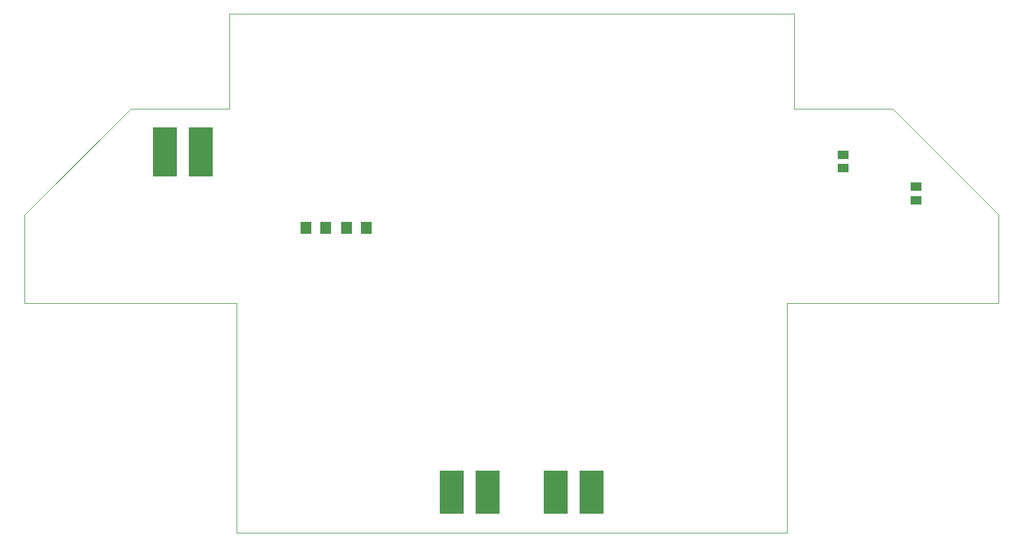
<source format=gbr>
%TF.GenerationSoftware,KiCad,Pcbnew,(7.0.0)*%
%TF.CreationDate,2023-10-30T21:57:29-03:00*%
%TF.ProjectId,Main_Board_COYOTE_TB67H451AFNG,4d61696e-5f42-46f6-9172-645f434f594f,rev?*%
%TF.SameCoordinates,Original*%
%TF.FileFunction,Paste,Bot*%
%TF.FilePolarity,Positive*%
%FSLAX46Y46*%
G04 Gerber Fmt 4.6, Leading zero omitted, Abs format (unit mm)*
G04 Created by KiCad (PCBNEW (7.0.0)) date 2023-10-30 21:57:29*
%MOMM*%
%LPD*%
G01*
G04 APERTURE LIST*
%ADD10R,3.500000X6.160000*%
%ADD11R,3.500000X6.180000*%
%ADD12R,3.500000X7.000000*%
%ADD13R,1.498600X1.300480*%
%ADD14R,1.600200X1.803400*%
%TA.AperFunction,Profile*%
%ADD15C,0.100000*%
%TD*%
G04 APERTURE END LIST*
D10*
%TO.C,J6*%
X139799999Y-139209999D03*
D11*
X144879999Y-139199999D03*
%TD*%
D12*
%TO.C,J2*%
X99179999Y-90959999D03*
X104259999Y-90959999D03*
%TD*%
D10*
%TO.C,J5*%
X154543320Y-139209999D03*
X159623320Y-139209999D03*
%TD*%
D13*
%TO.C,C7*%
X195222499Y-91422749D03*
X195222499Y-93327749D03*
%TD*%
%TO.C,C4*%
X205531249Y-95922749D03*
X205531249Y-97827749D03*
%TD*%
D14*
%TO.C,R8*%
X124898499Y-101779999D03*
X127692499Y-101779999D03*
%TD*%
%TO.C,R7*%
X121936499Y-101779999D03*
X119142499Y-101779999D03*
%TD*%
D15*
X187281250Y-144905000D02*
X187281250Y-112405000D01*
X79281250Y-99905000D02*
X79281250Y-112405000D01*
X217281250Y-112405000D02*
X217281250Y-99905000D01*
X108281250Y-71405000D02*
X108281250Y-84905000D01*
X187281250Y-112405000D02*
X217281250Y-112405000D01*
X109281250Y-112405000D02*
X109281250Y-144905000D01*
X94281250Y-84905000D02*
X79281250Y-99905000D01*
X188281250Y-84905000D02*
X188281250Y-71405000D01*
X202281250Y-84905000D02*
X188281250Y-84905000D01*
X217281250Y-99905000D02*
X202281250Y-84905000D01*
X188281250Y-71405000D02*
X108281250Y-71405000D01*
X79281250Y-112405000D02*
X109281250Y-112405000D01*
X109281250Y-144905000D02*
X187281250Y-144905000D01*
X108281250Y-84905000D02*
X94281250Y-84905000D01*
M02*

</source>
